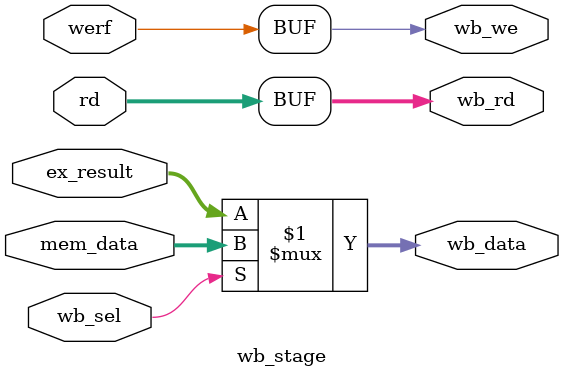
<source format=v>
module wb_stage (
    // Inputs from MEM/WB pipeline
    input  wire [31:0] mem_data,
    input  wire [31:0] ex_result,
    input  wire [4:0]  rd,
    input  wire        werf,
    input  wire        wb_sel,

    // Outputs to Register File
    output wire [31:0] wb_data,
    output wire [4:0]  wb_rd,
    output wire        wb_we
);

    // Write-back data select
    assign wb_data = (wb_sel) ? mem_data : ex_result;

    // Pass-through signals
    assign wb_rd   = rd;
    assign wb_we   = werf;

endmodule


</source>
